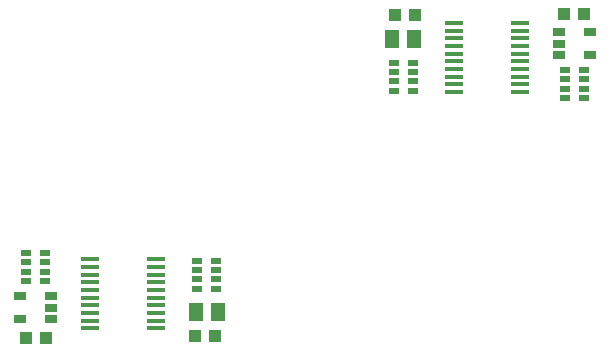
<source format=gtp>
G04 EAGLE Gerber X2 export*
%TF.Part,Single*%
%TF.FileFunction,Other,padmask top*%
%TF.FilePolarity,Positive*%
%TF.GenerationSoftware,Autodesk,EAGLE,9.5.2*%
%TF.CreationDate,2020-03-22T18:46:16Z*%
G75*
%MOMM*%
%FSLAX34Y34*%
%LPD*%
%INpadmask top*%
%AMOC8*
5,1,8,0,0,1.08239X$1,22.5*%
G01*
%ADD10R,1.300000X1.500000*%
%ADD11R,1.600000X0.350000*%
%ADD12R,0.900000X0.500000*%
%ADD13R,1.100000X1.000000*%
%ADD14R,0.990000X0.690000*%


D10*
X722020Y264160D03*
X741020Y264160D03*
D11*
X774640Y277870D03*
X774640Y271370D03*
X774640Y264870D03*
X774640Y258370D03*
X774640Y251870D03*
X774640Y245370D03*
X774640Y238870D03*
X774640Y232370D03*
X774640Y225870D03*
X774640Y219370D03*
X830640Y219370D03*
X830640Y225870D03*
X830640Y232370D03*
X830640Y238870D03*
X830640Y245370D03*
X830640Y251870D03*
X830640Y258370D03*
X830640Y264870D03*
X830640Y271370D03*
X830640Y277870D03*
D12*
X739520Y220410D03*
X739520Y228410D03*
X739520Y236410D03*
X739520Y244410D03*
X723520Y244410D03*
X723520Y236410D03*
X723520Y228410D03*
X723520Y220410D03*
X868300Y238060D03*
X868300Y230060D03*
X868300Y222060D03*
X868300Y214060D03*
X884300Y214060D03*
X884300Y222060D03*
X884300Y230060D03*
X884300Y238060D03*
D13*
X741290Y284480D03*
X724290Y284480D03*
D14*
X863400Y269850D03*
X863400Y260350D03*
X863400Y250850D03*
X889300Y250850D03*
X889300Y269850D03*
D13*
X884800Y285750D03*
X867800Y285750D03*
D10*
X574650Y33020D03*
X555650Y33020D03*
D11*
X522030Y19310D03*
X522030Y25810D03*
X522030Y32310D03*
X522030Y38810D03*
X522030Y45310D03*
X522030Y51810D03*
X522030Y58310D03*
X522030Y64810D03*
X522030Y71310D03*
X522030Y77810D03*
X466030Y77810D03*
X466030Y71310D03*
X466030Y64810D03*
X466030Y58310D03*
X466030Y51810D03*
X466030Y45310D03*
X466030Y38810D03*
X466030Y32310D03*
X466030Y25810D03*
X466030Y19310D03*
D12*
X557150Y76770D03*
X557150Y68770D03*
X557150Y60770D03*
X557150Y52770D03*
X573150Y52770D03*
X573150Y60770D03*
X573150Y68770D03*
X573150Y76770D03*
X428370Y59120D03*
X428370Y67120D03*
X428370Y75120D03*
X428370Y83120D03*
X412370Y83120D03*
X412370Y75120D03*
X412370Y67120D03*
X412370Y59120D03*
D13*
X555380Y12700D03*
X572380Y12700D03*
D14*
X433270Y27330D03*
X433270Y36830D03*
X433270Y46330D03*
X407370Y46330D03*
X407370Y27330D03*
D13*
X411870Y11430D03*
X428870Y11430D03*
M02*

</source>
